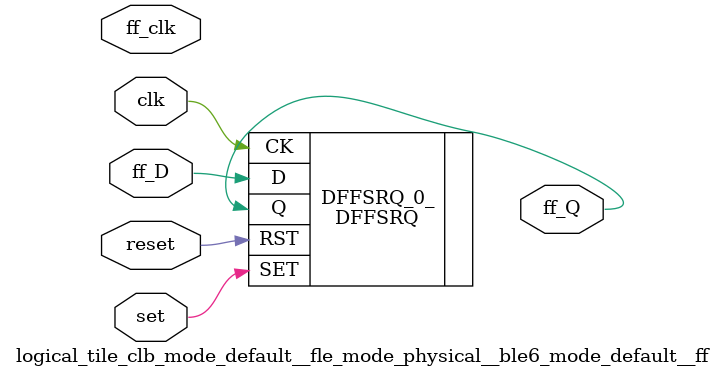
<source format=v>
`default_nettype none

module logical_tile_clb_mode_default__fle_mode_physical__ble6_mode_default__ff(set,
                                                                               reset,
                                                                               clk,
                                                                               ff_D,
                                                                               ff_Q,
                                                                               ff_clk);
//----- GLOBAL PORTS -----
input [0:0] set;
//----- GLOBAL PORTS -----
input [0:0] reset;
//----- GLOBAL PORTS -----
input [0:0] clk;
//----- INPUT PORTS -----
input [0:0] ff_D;
//----- OUTPUT PORTS -----
output [0:0] ff_Q;
//----- CLOCK PORTS -----
input [0:0] ff_clk;

//----- BEGIN wire-connection ports -----
wire [0:0] ff_D;
wire [0:0] ff_Q;
wire [0:0] ff_clk;
//----- END wire-connection ports -----


//----- BEGIN Registered ports -----
//----- END Registered ports -----



// ----- BEGIN Local short connections -----
// ----- END Local short connections -----
// ----- BEGIN Local output short connections -----
// ----- END Local output short connections -----

	DFFSRQ DFFSRQ_0_ (
		.SET(set),
		.RST(reset),
		.CK(clk),
		.D(ff_D),
		.Q(ff_Q));

endmodule
// ----- END Verilog module for logical_tile_clb_mode_default__fle_mode_physical__ble6_mode_default__ff -----

//----- Default net type -----
`default_nettype wire




</source>
